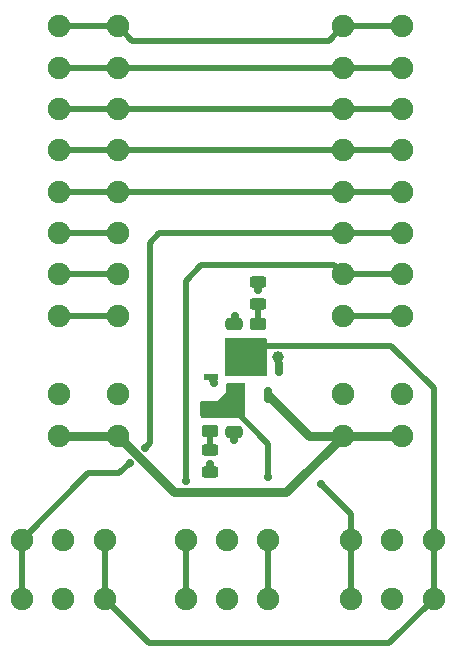
<source format=gtl>
G04 #@! TF.GenerationSoftware,KiCad,Pcbnew,9.0.0*
G04 #@! TF.CreationDate,2025-02-28T23:24:18-08:00*
G04 #@! TF.ProjectId,Constellation STAR UAF V1.1,436f6e73-7465-46c6-9c61-74696f6e2053,rev?*
G04 #@! TF.SameCoordinates,Original*
G04 #@! TF.FileFunction,Copper,L1,Top*
G04 #@! TF.FilePolarity,Positive*
%FSLAX46Y46*%
G04 Gerber Fmt 4.6, Leading zero omitted, Abs format (unit mm)*
G04 Created by KiCad (PCBNEW 9.0.0) date 2025-02-28 23:24:18*
%MOMM*%
%LPD*%
G01*
G04 APERTURE LIST*
G04 Aperture macros list*
%AMRoundRect*
0 Rectangle with rounded corners*
0 $1 Rounding radius*
0 $2 $3 $4 $5 $6 $7 $8 $9 X,Y pos of 4 corners*
0 Add a 4 corners polygon primitive as box body*
4,1,4,$2,$3,$4,$5,$6,$7,$8,$9,$2,$3,0*
0 Add four circle primitives for the rounded corners*
1,1,$1+$1,$2,$3*
1,1,$1+$1,$4,$5*
1,1,$1+$1,$6,$7*
1,1,$1+$1,$8,$9*
0 Add four rect primitives between the rounded corners*
20,1,$1+$1,$2,$3,$4,$5,0*
20,1,$1+$1,$4,$5,$6,$7,0*
20,1,$1+$1,$6,$7,$8,$9,0*
20,1,$1+$1,$8,$9,$2,$3,0*%
G04 Aperture macros list end*
G04 #@! TA.AperFunction,ComponentPad*
%ADD10C,1.900000*%
G04 #@! TD*
G04 #@! TA.AperFunction,SMDPad,CuDef*
%ADD11RoundRect,0.250000X0.450000X-0.262500X0.450000X0.262500X-0.450000X0.262500X-0.450000X-0.262500X0*%
G04 #@! TD*
G04 #@! TA.AperFunction,SMDPad,CuDef*
%ADD12R,1.250000X0.600000*%
G04 #@! TD*
G04 #@! TA.AperFunction,SMDPad,CuDef*
%ADD13RoundRect,0.250000X0.475000X-0.250000X0.475000X0.250000X-0.475000X0.250000X-0.475000X-0.250000X0*%
G04 #@! TD*
G04 #@! TA.AperFunction,SMDPad,CuDef*
%ADD14RoundRect,0.250000X-0.450000X0.262500X-0.450000X-0.262500X0.450000X-0.262500X0.450000X0.262500X0*%
G04 #@! TD*
G04 #@! TA.AperFunction,SMDPad,CuDef*
%ADD15RoundRect,0.243750X-0.456250X0.243750X-0.456250X-0.243750X0.456250X-0.243750X0.456250X0.243750X0*%
G04 #@! TD*
G04 #@! TA.AperFunction,SMDPad,CuDef*
%ADD16RoundRect,0.243750X0.456250X-0.243750X0.456250X0.243750X-0.456250X0.243750X-0.456250X-0.243750X0*%
G04 #@! TD*
G04 #@! TA.AperFunction,SMDPad,CuDef*
%ADD17RoundRect,0.150000X-0.150000X0.512500X-0.150000X-0.512500X0.150000X-0.512500X0.150000X0.512500X0*%
G04 #@! TD*
G04 #@! TA.AperFunction,SMDPad,CuDef*
%ADD18RoundRect,0.250000X-0.475000X0.250000X-0.475000X-0.250000X0.475000X-0.250000X0.475000X0.250000X0*%
G04 #@! TD*
G04 #@! TA.AperFunction,ViaPad*
%ADD19C,0.700000*%
G04 #@! TD*
G04 #@! TA.AperFunction,ViaPad*
%ADD20C,1.000000*%
G04 #@! TD*
G04 #@! TA.AperFunction,Conductor*
%ADD21C,0.500000*%
G04 #@! TD*
G04 #@! TA.AperFunction,Conductor*
%ADD22C,0.750000*%
G04 #@! TD*
G04 APERTURE END LIST*
D10*
X63500000Y-54610000D03*
X68500000Y-54610000D03*
X63500000Y-51110000D03*
X68499999Y-51109999D03*
X63500000Y-47609998D03*
X68500000Y-47609998D03*
X63500000Y-44109997D03*
X68500000Y-44109997D03*
X63500000Y-40609997D03*
X68500000Y-40609997D03*
X63500000Y-37109997D03*
X68500000Y-37109997D03*
X63500000Y-33609996D03*
X68500000Y-33609996D03*
X63500000Y-30109995D03*
X68500000Y-30109995D03*
X64195000Y-73580000D03*
X64195000Y-78580000D03*
X67695000Y-73580000D03*
X67695000Y-78580000D03*
X71195001Y-73580000D03*
X71195001Y-78580000D03*
D11*
X56360000Y-57154999D03*
X56360000Y-55329999D03*
D12*
X54430000Y-60780000D03*
X54430000Y-58880000D03*
X52329999Y-59830000D03*
D13*
X54329999Y-57179999D03*
X54329999Y-55280001D03*
D14*
X52279999Y-62567499D03*
X52279999Y-64392499D03*
D15*
X56360000Y-51754998D03*
X56360000Y-53630000D03*
D10*
X36350000Y-73580000D03*
X36350000Y-78580000D03*
X39850000Y-73580000D03*
X39850000Y-78580000D03*
X43350001Y-73580000D03*
X43350001Y-78580000D03*
D16*
X52279999Y-67867500D03*
X52279999Y-65992498D03*
D17*
X58079998Y-59012500D03*
X56180000Y-59012500D03*
X57129999Y-61287500D03*
D10*
X44450000Y-61270000D03*
X39450000Y-61270000D03*
X44450000Y-64770000D03*
X39450000Y-64770000D03*
X63500000Y-64770000D03*
X68500000Y-64770000D03*
X63500000Y-61270000D03*
X68500000Y-61270000D03*
D18*
X54279999Y-62530000D03*
X54279999Y-64429998D03*
D10*
X50190000Y-73580000D03*
X50190000Y-78580000D03*
X53690000Y-73580000D03*
X53690000Y-78580000D03*
X57190001Y-73580000D03*
X57190001Y-78580000D03*
X44450000Y-30109995D03*
X39450000Y-30109995D03*
X44450000Y-33609995D03*
X39450001Y-33609996D03*
X44450000Y-37109997D03*
X39450000Y-37109997D03*
X44450000Y-40609998D03*
X39450000Y-40609998D03*
X44450000Y-44109998D03*
X39450000Y-44109998D03*
X44450000Y-47609998D03*
X39450000Y-47609998D03*
X44450000Y-51109999D03*
X39450000Y-51109999D03*
X44450000Y-54610000D03*
X39450000Y-54610000D03*
D19*
X57200000Y-68260000D03*
X54280000Y-65090000D03*
X54340000Y-54620000D03*
X52270000Y-67200000D03*
X52610000Y-60280000D03*
X56360000Y-52430000D03*
D20*
X58060000Y-58090000D03*
D19*
X50190000Y-68600000D03*
X45450926Y-67079074D03*
X46759074Y-65770926D03*
X61650000Y-68850000D03*
D21*
X54279999Y-62530000D02*
X57200000Y-65450001D01*
X57190001Y-78580000D02*
X57190001Y-73580000D01*
X57200000Y-65450001D02*
X57200000Y-68260000D01*
X52329999Y-59999999D02*
X52329999Y-59830000D01*
X54329999Y-55280001D02*
X54329999Y-54630001D01*
X52279999Y-67209999D02*
X52270000Y-67200000D01*
X56360000Y-51754998D02*
X56360000Y-52430000D01*
X54329999Y-54630001D02*
X54340000Y-54620000D01*
X52279999Y-67867500D02*
X52279999Y-67209999D01*
X58079998Y-59012500D02*
X58079998Y-58109998D01*
X54279999Y-64429998D02*
X54280000Y-65090000D01*
X58079998Y-58109998D02*
X58060000Y-58090000D01*
X52610000Y-60280000D02*
X52329999Y-59999999D01*
X67435001Y-82340000D02*
X71195001Y-78580000D01*
X56375999Y-57139000D02*
X56360000Y-57154999D01*
X71195001Y-73580000D02*
X71195001Y-78580000D01*
X71195001Y-73580000D02*
X71195001Y-60745001D01*
X43350001Y-78580000D02*
X47110001Y-82340000D01*
X43350001Y-73580000D02*
X43350001Y-78580000D01*
X67589000Y-57139000D02*
X56375999Y-57139000D01*
X71195001Y-60745001D02*
X67589000Y-57139000D01*
X47110001Y-82340000D02*
X67435001Y-82340000D01*
X56360000Y-53630000D02*
X56360000Y-55329999D01*
X52279999Y-64392499D02*
X52279999Y-65992498D01*
X68500000Y-33609996D02*
X63500000Y-33609996D01*
X63500000Y-33609996D02*
X44450000Y-33609995D01*
X44450000Y-33609995D02*
X39450001Y-33609996D01*
X63500000Y-30109995D02*
X68500000Y-30109995D01*
X45651005Y-31311000D02*
X62298995Y-31311000D01*
X39450000Y-30109995D02*
X44450000Y-30109995D01*
X44450000Y-30109995D02*
X45651005Y-31311000D01*
X62298995Y-31311000D02*
X63500000Y-30109995D01*
X63500000Y-37109997D02*
X68500000Y-37109997D01*
X39450000Y-37109997D02*
X44450000Y-37109997D01*
X44450000Y-37109997D02*
X63500000Y-37109997D01*
D22*
X58710000Y-69560000D02*
X63500000Y-64770000D01*
X49240000Y-69560000D02*
X58710000Y-69560000D01*
X60612499Y-64770000D02*
X63500000Y-64770000D01*
X39450000Y-64770000D02*
X44450000Y-64770000D01*
X44450000Y-64770000D02*
X49240000Y-69560000D01*
X63500000Y-64770000D02*
X68500000Y-64770000D01*
X57129999Y-61287500D02*
X60612499Y-64770000D01*
D21*
X50190000Y-68600000D02*
X50190000Y-51650000D01*
X50190000Y-73580000D02*
X50190000Y-78580000D01*
X51490000Y-50350000D02*
X62740000Y-50350000D01*
X50190000Y-51650000D02*
X51490000Y-50350000D01*
X62740000Y-50350000D02*
X63500000Y-51110000D01*
X68499999Y-51109999D02*
X63500000Y-51110000D01*
X41970000Y-67960000D02*
X36350000Y-73580000D01*
X45450926Y-67079074D02*
X44570000Y-67960000D01*
X44570000Y-67960000D02*
X41970000Y-67960000D01*
X47980002Y-47609998D02*
X63500000Y-47609998D01*
X46759074Y-65770926D02*
X47140000Y-65390000D01*
X36350000Y-73580000D02*
X36350000Y-78580000D01*
X63500000Y-47609998D02*
X68500000Y-47609998D01*
X47140000Y-48450000D02*
X47980002Y-47609998D01*
X47140000Y-65390000D02*
X47140000Y-48450000D01*
X63500000Y-54610000D02*
X68500000Y-54610000D01*
X64195000Y-73580000D02*
X64195000Y-71395000D01*
X64195000Y-71395000D02*
X61650000Y-68850000D01*
X64195000Y-78580000D02*
X64195000Y-73580000D01*
X39450000Y-40609998D02*
X44450000Y-40609998D01*
X44450000Y-40609998D02*
X63500000Y-40609997D01*
X63500000Y-40609997D02*
X68500000Y-40609997D01*
X39450000Y-44109998D02*
X44450000Y-44109998D01*
X44450000Y-44109998D02*
X63500000Y-44109997D01*
X68500000Y-44109997D02*
X63500000Y-44109997D01*
X39450000Y-47609998D02*
X44450000Y-47609998D01*
X44450000Y-54610000D02*
X39450000Y-54610000D01*
X44450000Y-51109999D02*
X39450000Y-51109999D01*
G04 #@! TA.AperFunction,Conductor*
G36*
X57037737Y-56489413D02*
G01*
X57083645Y-56542084D01*
X57095000Y-56593922D01*
X57095000Y-57800778D01*
X57092617Y-57824970D01*
X57059500Y-57991456D01*
X57059500Y-57991459D01*
X57059500Y-58188541D01*
X57059500Y-58188543D01*
X57059499Y-58188543D01*
X57092617Y-58355029D01*
X57095000Y-58379221D01*
X57095000Y-59566000D01*
X57075315Y-59633039D01*
X57022511Y-59678794D01*
X56971000Y-59690000D01*
X53633231Y-59690000D01*
X53566192Y-59670315D01*
X53520437Y-59617511D01*
X53509233Y-59566773D01*
X53500645Y-58188543D01*
X53490775Y-56604410D01*
X53510042Y-56537250D01*
X53562560Y-56491167D01*
X53614410Y-56479639D01*
X56970641Y-56469923D01*
X57037737Y-56489413D01*
G37*
G04 #@! TD.AperFunction*
G04 #@! TA.AperFunction,Conductor*
G36*
X55175677Y-60319685D02*
G01*
X55196319Y-60336319D01*
X55203681Y-60343681D01*
X55237166Y-60405004D01*
X55240000Y-60431362D01*
X55240000Y-62942383D01*
X55231355Y-62971823D01*
X55224832Y-63001810D01*
X55221077Y-63006825D01*
X55220315Y-63009422D01*
X55203681Y-63030064D01*
X55040064Y-63193681D01*
X54978741Y-63227166D01*
X54952383Y-63230000D01*
X51607616Y-63230000D01*
X51540577Y-63210315D01*
X51519935Y-63193681D01*
X51466319Y-63140065D01*
X51432834Y-63078742D01*
X51430000Y-63052384D01*
X51430000Y-61974000D01*
X51449685Y-61906961D01*
X51502489Y-61861206D01*
X51554000Y-61850000D01*
X52840000Y-61850000D01*
X53600000Y-61090000D01*
X53600000Y-60424000D01*
X53619685Y-60356961D01*
X53672489Y-60311206D01*
X53724000Y-60300000D01*
X55108638Y-60300000D01*
X55175677Y-60319685D01*
G37*
G04 #@! TD.AperFunction*
M02*

</source>
